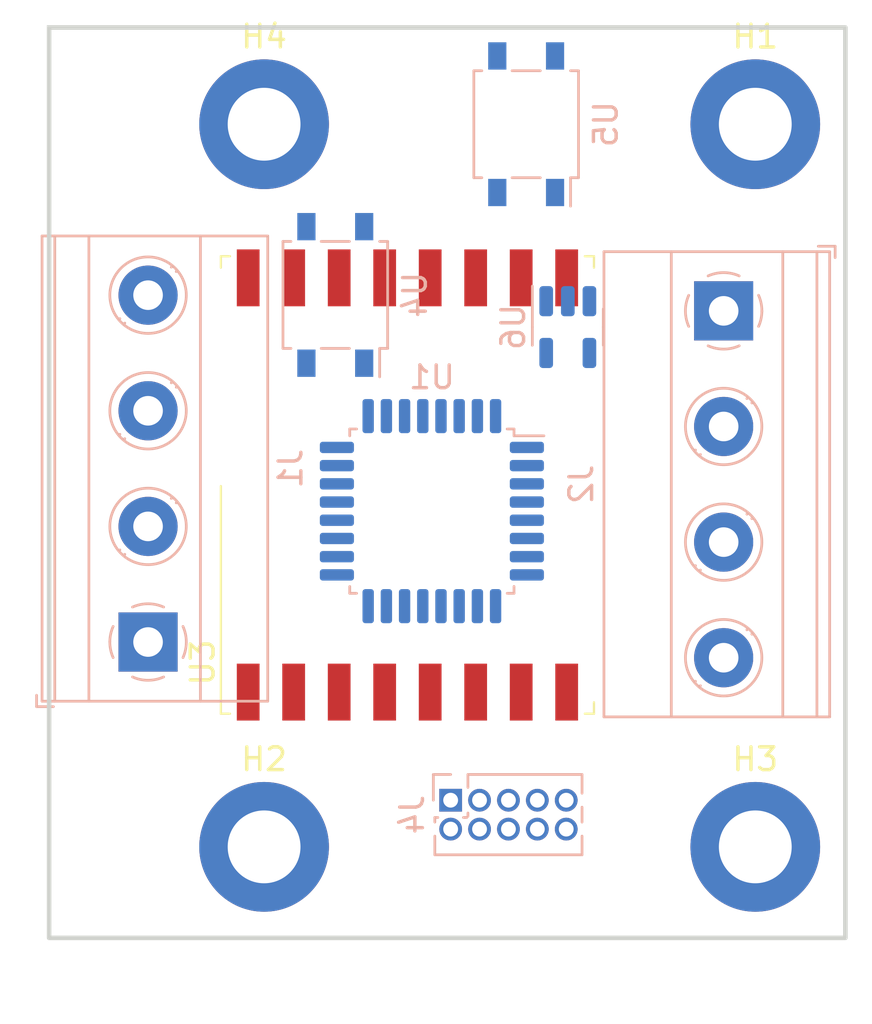
<source format=kicad_pcb>
(kicad_pcb (version 20221018) (generator pcbnew)
  (layers (0 "F.Cu" signal) (31 "B.Cu" signal) (34 "B.Paste" user) (35 "F.Paste" user) (36 "B.SilkS" user "B.Silkscreen") (37 "F.SilkS" user "F.Silkscreen") (38 "B.Mask" user) (39 "F.Mask" user) (44 "Edge.Cuts" user))
  (net 0 "")
  (net 47 "/NC{slash}ON Switch OUT")
  (net 48 "/NC{slash}ON Switch IN")
  (net 49 "/DustBin Signal")
  (net 50 "/NO{slash}OFF Switch Switch OUT")
  (net 51 "/NO{slash}OFF Switch IN")
  (net 52 "/Common24vIN")
  (net 53 "/3v3in")
  (net 54 "GND")
  (net 57 "Net-(J4-GND-Pad3)")
  (net 64 "Net-(U1-PB1)")
  (net 65 "Net-(U1-PB0)")
  (net 66 "Net-(U6-EN)")
  (net 68 "+3V3")
  (footprint "RF_Module:HOPERF_RFM69HW" (layer "F.Cu") (at 137.75 101 90)
    (fp_text reference "U3" (at -7.8 -9 90) (layer "F.SilkS"))
    (fp_text value "RFM69HCW")
    (fp_line (start -10.05 -8.2) (end -10.05 -7.8) (stroke (width 0.1)) (layer "F.SilkS"))
    (fp_line (start -10.05 -8.2) (end -0.05 -8.2) (stroke (width 0.1)) (layer "F.SilkS"))
    (fp_line (start -10.05 7.8) (end -10.05 8.2) (stroke (width 0.1)) (layer "F.SilkS"))
    (fp_line (start -10.05 8.2) (end -9.55 8.2) (stroke (width 0.1)) (layer "F.SilkS"))
    (fp_line (start 9.55 -8.2) (end 10.05 -8.2) (stroke (width 0.1)) (layer "F.SilkS"))
    (fp_line (start 9.55 8.2) (end 10.05 8.2) (stroke (width 0.1)) (layer "F.SilkS"))
    (fp_line (start 10.05 -8.2) (end 10.05 -7.8) (stroke (width 0.1)) (layer "F.SilkS"))
    (fp_line (start 10.05 7.8) (end 10.05 8.2) (stroke (width 0.1)) (layer "F.SilkS"))
    (pad "1" smd rect (at -9.1 -7 90) (size 2.5 1) (layers "F.Cu" "F.Paste" "F.Mask"))
    (pad "2" smd rect (at -9.1 -5 90) (size 2.5 1) (layers "F.Cu" "F.Paste" "F.Mask"))
    (pad "3" smd rect (at -9.1 -3 90) (size 2.5 1) (layers "F.Cu" "F.Paste" "F.Mask"))
    (pad "4" smd rect (at -9.1 -1 90) (size 2.5 1) (layers "F.Cu" "F.Paste" "F.Mask"))
    (pad "5" smd rect (at -9.1 1 90) (size 2.5 1) (layers "F.Cu" "F.Paste" "F.Mask"))
    (pad "6" smd rect (at -9.1 3 90) (size 2.5 1) (layers "F.Cu" "F.Paste" "F.Mask"))
    (pad "7" smd rect (at -9.1 5 90) (size 2.5 1) (layers "F.Cu" "F.Paste" "F.Mask"))
    (pad "8" smd rect (at -9.1 7 90) (size 2.5 1) (layers "F.Cu" "F.Paste" "F.Mask"))
    (pad "9" smd rect (at 9.1 7 90) (size 2.5 1) (layers "F.Cu" "F.Paste" "F.Mask"))
    (pad "10" smd rect (at 9.1 5 90) (size 2.5 1) (layers "F.Cu" "F.Paste" "F.Mask"))
    (pad "11" smd rect (at 9.1 3 90) (size 2.5 1) (layers "F.Cu" "F.Paste" "F.Mask"))
    (pad "12" smd rect (at 9.1 1 90) (size 2.5 1) (layers "F.Cu" "F.Paste" "F.Mask"))
    (pad "13" smd rect (at 9.1 -1 90) (size 2.5 1) (layers "F.Cu" "F.Paste" "F.Mask"))
    (pad "14" smd rect (at 9.1 -3 90) (size 2.5 1) (layers "F.Cu" "F.Paste" "F.Mask"))
    (pad "15" smd rect (at 9.1 -5 90) (size 2.5 1) (layers "F.Cu" "F.Paste" "F.Mask"))
    (pad "16" smd rect (at 9.1 -7 90) (size 2.5 1) (layers "F.Cu" "F.Paste" "F.Mask"))
  )
  (footprint "MountingHole:MountingHole_3.2mm_M3_ISO7380_Pad" (layer "F.Cu") (at 131.45 116.9)
    (fp_text reference "H2" (at 0 -3.85) (layer "F.SilkS"))
    (fp_text value "MountingHole")
    (pad "1" thru_hole circle (at 0 0) (size 5.7 5.7) (drill 3.2) (layers "*.Cu" "*.Mask"))
  )
  (footprint "MountingHole:MountingHole_3.2mm_M3_ISO7380_Pad" (layer "F.Cu") (at 153.04 85.15)
    (fp_text reference "H1" (at 0 -3.85) (layer "F.SilkS"))
    (fp_text value "MountingHole")
    (pad "1" thru_hole circle (at 0 0) (size 5.7 5.7) (drill 3.2) (layers "*.Cu" "*.Mask"))
  )
  (footprint "MountingHole:MountingHole_3.2mm_M3_ISO7380_Pad" (layer "F.Cu") (at 153.04 116.9)
    (fp_text reference "H3" (at 0 -3.85) (layer "F.SilkS"))
    (fp_text value "MountingHole")
    (pad "1" thru_hole circle (at 0 0) (size 5.7 5.7) (drill 3.2) (layers "*.Cu" "*.Mask"))
  )
  (footprint "MountingHole:MountingHole_3.2mm_M3_ISO7380_Pad" (layer "F.Cu") (at 131.45 85.15)
    (fp_text reference "H4" (at 0 -3.85) (layer "F.SilkS"))
    (fp_text value "MountingHole")
    (pad "1" thru_hole circle (at 0 0) (size 5.7 5.7) (drill 3.2) (layers "*.Cu" "*.Mask"))
  )
  (footprint "TerminalBlock_Phoenix:TerminalBlock_Phoenix_MKDS-1,5-4-5.08_1x04_P5.08mm_Horizontal" (layer "B.Cu") (at 126.35 107.9 90)
    (fp_text reference "J1" (at 7.62 6.26 270) (layer "B.SilkS") (effects (justify mirror)))
    (fp_text value "Screw_Terminal_01x04")
    (fp_line (start -2.84 -4.9) (end -2.34 -4.9) (stroke (width 0.12)) (layer "B.SilkS"))
    (fp_line (start -2.84 -4.16) (end -2.84 -4.9) (stroke (width 0.12)) (layer "B.SilkS"))
    (fp_line (start -2.6 -4.66) (end 17.84 -4.66) (stroke (width 0.12)) (layer "B.SilkS"))
    (fp_line (start -2.6 -4.1) (end 17.84 -4.1) (stroke (width 0.12)) (layer "B.SilkS"))
    (fp_line (start -2.6 -2.6) (end 17.84 -2.6) (stroke (width 0.12)) (layer "B.SilkS"))
    (fp_line (start -2.6 2.301) (end 17.84 2.301) (stroke (width 0.12)) (layer "B.SilkS"))
    (fp_line (start -2.6 5.261) (end -2.6 -4.66) (stroke (width 0.12)) (layer "B.SilkS"))
    (fp_line (start -2.6 5.261) (end 17.84 5.261) (stroke (width 0.12)) (layer "B.SilkS"))
    (fp_line (start 3.853 -1.023) (end 3.806 -1.069) (stroke (width 0.12)) (layer "B.SilkS"))
    (fp_line (start 4.046 -1.239) (end 4.011 -1.274) (stroke (width 0.12)) (layer "B.SilkS"))
    (fp_line (start 6.15 1.275) (end 6.115 1.239) (stroke (width 0.12)) (layer "B.SilkS"))
    (fp_line (start 6.355 1.069) (end 6.308 1.023) (stroke (width 0.12)) (layer "B.SilkS"))
    (fp_line (start 8.933 -1.023) (end 8.886 -1.069) (stroke (width 0.12)) (layer "B.SilkS"))
    (fp_line (start 9.126 -1.239) (end 9.091 -1.274) (stroke (width 0.12)) (layer "B.SilkS"))
    (fp_line (start 11.23 1.275) (end 11.195 1.239) (stroke (width 0.12)) (layer "B.SilkS"))
    (fp_line (start 11.435 1.069) (end 11.388 1.023) (stroke (width 0.12)) (layer "B.SilkS"))
    (fp_line (start 14.013 -1.023) (end 13.966 -1.069) (stroke (width 0.12)) (layer "B.SilkS"))
    (fp_line (start 14.206 -1.239) (end 14.171 -1.274) (stroke (width 0.12)) (layer "B.SilkS"))
    (fp_line (start 16.31 1.275) (end 16.275 1.239) (stroke (width 0.12)) (layer "B.SilkS"))
    (fp_line (start 16.515 1.069) (end 16.468 1.023) (stroke (width 0.12)) (layer "B.SilkS"))
    (fp_line (start 17.84 5.261) (end 17.84 -4.66) (stroke (width 0.12)) (layer "B.SilkS"))
    (fp_arc (start -1.535 0.684) (mid -1.680501 0.000524) (end -1.535427 -0.683042) (stroke (width 0.12)) (layer "B.SilkS"))
    (fp_arc (start -0.684 -1.535) (mid -0.335551 -1.646659) (end 0.028805 -1.680253) (stroke (width 0.12)) (layer "B.SilkS"))
    (fp_arc (start 0 -1.68) (mid 0.349292 -1.643288) (end 0.683318 -1.534756) (stroke (width 0.12)) (layer "B.SilkS"))
    (fp_arc (start 0.684 1.535) (mid 0.000524 1.680501) (end -0.683042 1.535427) (stroke (width 0.12)) (layer "B.SilkS"))
    (fp_arc (start 1.535 -0.684) (mid 1.6805 -0.000524) (end 1.535427 0.683042) (stroke (width 0.12)) (layer "B.SilkS"))
    (fp_circle (center 5.08 0) (end 6.76 0) (stroke (width 0.12)) (fill none) (layer "B.SilkS"))
    (fp_circle (center 10.16 0) (end 11.84 0) (stroke (width 0.12)) (fill none) (layer "B.SilkS"))
    (fp_circle (center 15.24 0) (end 16.92 0) (stroke (width 0.12)) (fill none) (layer "B.SilkS"))
    (pad "1" thru_hole rect (at 0 0 90) (size 2.6 2.6) (drill 1.3) (layers "*.Cu" "*.Mask") (net 52 "/Common24vIN"))
    (pad "2" thru_hole circle (at 5.08 0 90) (size 2.6 2.6) (drill 1.3) (layers "*.Cu" "*.Mask") (net 47 "/NC{slash}ON Switch OUT"))
    (pad "3" thru_hole circle (at 10.16 0 90) (size 2.6 2.6) (drill 1.3) (layers "*.Cu" "*.Mask") (net 48 "/NC{slash}ON Switch IN"))
    (pad "4" thru_hole circle (at 15.24 0 90) (size 2.6 2.6) (drill 1.3) (layers "*.Cu" "*.Mask") (net 49 "/DustBin Signal"))
  )
  (footprint "Package_SO:SO-4_4.4x4.3mm_P2.54mm" (layer "B.Cu") (at 142.97 85.15 90)
    (fp_text reference "U5" (at 0 3.5 90) (layer "B.SilkS") (effects (justify mirror)))
    (fp_text value "CPC1106N NC")
    (fp_line (start -2.35 -2.3) (end 2.35 -2.3) (stroke (width 0.12)) (layer "B.SilkS"))
    (fp_line (start -2.35 -1.95) (end -2.35 -2.3) (stroke (width 0.12)) (layer "B.SilkS"))
    (fp_line (start -2.35 -0.62) (end -2.35 0.62) (stroke (width 0.12)) (layer "B.SilkS"))
    (fp_line (start -2.35 1.95) (end -3.6 1.95) (stroke (width 0.12)) (layer "B.SilkS"))
    (fp_line (start -2.35 1.95) (end -2.35 2.3) (stroke (width 0.12)) (layer "B.SilkS"))
    (fp_line (start -2.35 2.3) (end 2.35 2.3) (stroke (width 0.12)) (layer "B.SilkS"))
    (fp_line (start 2.35 -2.3) (end 2.35 -1.95) (stroke (width 0.12)) (layer "B.SilkS"))
    (fp_line (start 2.35 -0.62) (end 2.35 0.62) (stroke (width 0.12)) (layer "B.SilkS"))
    (fp_line (start 2.35 2.3) (end 2.35 1.95) (stroke (width 0.12)) (layer "B.SilkS"))
    (pad "1" smd rect (at -3 1.27 180) (size 0.8 1.2) (layers "B.Cu" "B.Paste" "B.Mask") (net 65 "Net-(U1-PB0)"))
    (pad "2" smd rect (at -3 -1.27 180) (size 0.8 1.2) (layers "B.Cu" "B.Paste" "B.Mask") (net 54 "GND"))
    (pad "3" smd rect (at 3 -1.27 180) (size 0.8 1.2) (layers "B.Cu" "B.Paste" "B.Mask") (net 47 "/NC{slash}ON Switch OUT"))
    (pad "4" smd rect (at 3 1.27 180) (size 0.8 1.2) (layers "B.Cu" "B.Paste" "B.Mask") (net 48 "/NC{slash}ON Switch IN"))
  )
  (footprint "Package_TO_SOT_SMD:SOT-23-5" (layer "B.Cu") (at 144.8 94.0625 -90)
    (fp_text reference "U6" (at 0 2.4 90) (layer "B.SilkS") (effects (justify mirror)))
    (fp_text value "AP2112K-3.3")
    (fp_line (start 0 -1.56) (end -0.8 -1.56) (stroke (width 0.12)) (layer "B.SilkS"))
    (fp_line (start 0 -1.56) (end 0.8 -1.56) (stroke (width 0.12)) (layer "B.SilkS"))
    (fp_line (start 0 1.56) (end -1.8 1.56) (stroke (width 0.12)) (layer "B.SilkS"))
    (fp_line (start 0 1.56) (end 0.8 1.56) (stroke (width 0.12)) (layer "B.SilkS"))
    (pad "1" smd roundrect (at -1.1375 0.95 270) (size 1.325 0.6) (layers "B.Cu" "B.Paste" "B.Mask") (net 53 "/3v3in"))
    (pad "2" smd roundrect (at -1.1375 0 270) (size 1.325 0.6) (layers "B.Cu" "B.Paste" "B.Mask") (net 54 "GND"))
    (pad "3" smd roundrect (at -1.1375 -0.95 270) (size 1.325 0.6) (layers "B.Cu" "B.Paste" "B.Mask") (net 66 "Net-(U6-EN)"))
    (pad "4" smd roundrect (at 1.1375 -0.95 270) (size 1.325 0.6) (layers "B.Cu" "B.Paste" "B.Mask"))
    (pad "5" smd roundrect (at 1.1375 0.95 270) (size 1.325 0.6) (layers "B.Cu" "B.Paste" "B.Mask") (net 68 "+3V3"))
  )
  (footprint "Package_SO:SO-4_4.4x4.3mm_P2.54mm" (layer "B.Cu") (at 134.58 92.65 90)
    (fp_text reference "U4" (at 0 3.5 90) (layer "B.SilkS") (effects (justify mirror)))
    (fp_text value "CPC1006N NO")
    (fp_line (start -2.35 -2.3) (end 2.35 -2.3) (stroke (width 0.12)) (layer "B.SilkS"))
    (fp_line (start -2.35 -1.95) (end -2.35 -2.3) (stroke (width 0.12)) (layer "B.SilkS"))
    (fp_line (start -2.35 -0.62) (end -2.35 0.62) (stroke (width 0.12)) (layer "B.SilkS"))
    (fp_line (start -2.35 1.95) (end -3.6 1.95) (stroke (width 0.12)) (layer "B.SilkS"))
    (fp_line (start -2.35 1.95) (end -2.35 2.3) (stroke (width 0.12)) (layer "B.SilkS"))
    (fp_line (start -2.35 2.3) (end 2.35 2.3) (stroke (width 0.12)) (layer "B.SilkS"))
    (fp_line (start 2.35 -2.3) (end 2.35 -1.95) (stroke (width 0.12)) (layer "B.SilkS"))
    (fp_line (start 2.35 -0.62) (end 2.35 0.62) (stroke (width 0.12)) (layer "B.SilkS"))
    (fp_line (start 2.35 2.3) (end 2.35 1.95) (stroke (width 0.12)) (layer "B.SilkS"))
    (pad "1" smd rect (at -3 1.27 180) (size 0.8 1.2) (layers "B.Cu" "B.Paste" "B.Mask") (net 64 "Net-(U1-PB1)"))
    (pad "2" smd rect (at -3 -1.27 180) (size 0.8 1.2) (layers "B.Cu" "B.Paste" "B.Mask") (net 54 "GND"))
    (pad "3" smd rect (at 3 -1.27 180) (size 0.8 1.2) (layers "B.Cu" "B.Paste" "B.Mask") (net 50 "/NO{slash}OFF Switch Switch OUT"))
    (pad "4" smd rect (at 3 1.27 180) (size 0.8 1.2) (layers "B.Cu" "B.Paste" "B.Mask") (net 51 "/NO{slash}OFF Switch IN"))
  )
  (footprint "Connector_PinHeader_1.27mm:PinHeader_2x05_P1.27mm_Vertical" (layer "B.Cu") (at 139.65 114.85 -90)
    (fp_text reference "J4" (at 0.635 1.695 90) (layer "B.SilkS") (effects (justify mirror)))
    (fp_text value "Conn_ARM_JTAG_SWD_10")
    (fp_line (start -1.13 -5.775) (end -0.30753 -5.775) (stroke (width 0.12)) (layer "B.SilkS"))
    (fp_line (start -1.13 -0.76) (end -1.13 -5.775) (stroke (width 0.12)) (layer "B.SilkS"))
    (fp_line (start -1.13 -0.76) (end -0.563471 -0.76) (stroke (width 0.12)) (layer "B.SilkS"))
    (fp_line (start -1.13 0) (end -1.13 0.76) (stroke (width 0.12)) (layer "B.SilkS"))
    (fp_line (start -1.13 0.76) (end 0 0.76) (stroke (width 0.12)) (layer "B.SilkS"))
    (fp_line (start 0.30753 -5.775) (end 0.96247 -5.775) (stroke (width 0.12)) (layer "B.SilkS"))
    (fp_line (start 0.563471 -0.76) (end 0.706529 -0.76) (stroke (width 0.12)) (layer "B.SilkS"))
    (fp_line (start 0.76 -0.706529) (end 0.76 -0.563471) (stroke (width 0.12)) (layer "B.SilkS"))
    (fp_line (start 0.76 0.563471) (end 0.76 0.695) (stroke (width 0.12)) (layer "B.SilkS"))
    (fp_line (start 0.76 0.695) (end 0.96247 0.695) (stroke (width 0.12)) (layer "B.SilkS"))
    (fp_line (start 1.57753 -5.775) (end 2.4 -5.775) (stroke (width 0.12)) (layer "B.SilkS"))
    (fp_line (start 1.57753 0.695) (end 2.4 0.695) (stroke (width 0.12)) (layer "B.SilkS"))
    (fp_line (start 2.4 0.695) (end 2.4 -5.775) (stroke (width 0.12)) (layer "B.SilkS"))
    (pad "1" thru_hole rect (at 0 0 270) (size 1 1) (drill 0.65) (layers "*.Cu" "*.Mask"))
    (pad "2" thru_hole oval (at 1.27 0 270) (size 1 1) (drill 0.65) (layers "*.Cu" "*.Mask"))
    (pad "3" thru_hole oval (at 0 -1.27 270) (size 1 1) (drill 0.65) (layers "*.Cu" "*.Mask") (net 57 "Net-(J4-GND-Pad3)"))
    (pad "4" thru_hole oval (at 1.27 -1.27 270) (size 1 1) (drill 0.65) (layers "*.Cu" "*.Mask"))
    (pad "5" thru_hole oval (at 0 -2.54 270) (size 1 1) (drill 0.65) (layers "*.Cu" "*.Mask") (net 57 "Net-(J4-GND-Pad3)"))
    (pad "6" thru_hole oval (at 1.27 -2.54 270) (size 1 1) (drill 0.65) (layers "*.Cu" "*.Mask"))
    (pad "7" thru_hole oval (at 0 -3.81 270) (size 1 1) (drill 0.65) (layers "*.Cu" "*.Mask"))
    (pad "8" thru_hole oval (at 1.27 -3.81 270) (size 1 1) (drill 0.65) (layers "*.Cu" "*.Mask"))
    (pad "9" thru_hole oval (at 0 -5.08 270) (size 1 1) (drill 0.65) (layers "*.Cu" "*.Mask"))
    (pad "10" thru_hole oval (at 1.27 -5.08 270) (size 1 1) (drill 0.65) (layers "*.Cu" "*.Mask"))
  )
  (footprint "TerminalBlock_Phoenix:TerminalBlock_Phoenix_MKDS-1,5-4-5.08_1x04_P5.08mm_Horizontal" (layer "B.Cu") (at 151.65 93.35 -90)
    (fp_text reference "J2" (at 7.62 6.26 90) (layer "B.SilkS") (effects (justify mirror)))
    (fp_text value "Screw_Terminal_01x04")
    (fp_line (start -2.84 -4.9) (end -2.34 -4.9) (stroke (width 0.12)) (layer "B.SilkS"))
    (fp_line (start -2.84 -4.16) (end -2.84 -4.9) (stroke (width 0.12)) (layer "B.SilkS"))
    (fp_line (start -2.6 -4.66) (end 17.84 -4.66) (stroke (width 0.12)) (layer "B.SilkS"))
    (fp_line (start -2.6 -4.1) (end 17.84 -4.1) (stroke (width 0.12)) (layer "B.SilkS"))
    (fp_line (start -2.6 -2.6) (end 17.84 -2.6) (stroke (width 0.12)) (layer "B.SilkS"))
    (fp_line (start -2.6 2.301) (end 17.84 2.301) (stroke (width 0.12)) (layer "B.SilkS"))
    (fp_line (start -2.6 5.261) (end -2.6 -4.66) (stroke (width 0.12)) (layer "B.SilkS"))
    (fp_line (start -2.6 5.261) (end 17.84 5.261) (stroke (width 0.12)) (layer "B.SilkS"))
    (fp_line (start 3.853 -1.023) (end 3.806 -1.069) (stroke (width 0.12)) (layer "B.SilkS"))
    (fp_line (start 4.046 -1.239) (end 4.011 -1.274) (stroke (width 0.12)) (layer "B.SilkS"))
    (fp_line (start 6.15 1.275) (end 6.115 1.239) (stroke (width 0.12)) (layer "B.SilkS"))
    (fp_line (start 6.355 1.069) (end 6.308 1.023) (stroke (width 0.12)) (layer "B.SilkS"))
    (fp_line (start 8.933 -1.023) (end 8.886 -1.069) (stroke (width 0.12)) (layer "B.SilkS"))
    (fp_line (start 9.126 -1.239) (end 9.091 -1.274) (stroke (width 0.12)) (layer "B.SilkS"))
    (fp_line (start 11.23 1.275) (end 11.195 1.239) (stroke (width 0.12)) (layer "B.SilkS"))
    (fp_line (start 11.435 1.069) (end 11.388 1.023) (stroke (width 0.12)) (layer "B.SilkS"))
    (fp_line (start 14.013 -1.023) (end 13.966 -1.069) (stroke (width 0.12)) (layer "B.SilkS"))
    (fp_line (start 14.206 -1.239) (end 14.171 -1.274) (stroke (width 0.12)) (layer "B.SilkS"))
    (fp_line (start 16.31 1.275) (end 16.275 1.239) (stroke (width 0.12)) (layer "B.SilkS"))
    (fp_line (start 16.515 1.069) (end 16.468 1.023) (stroke (width 0.12)) (layer "B.SilkS"))
    (fp_line (start 17.84 5.261) (end 17.84 -4.66) (stroke (width 0.12)) (layer "B.SilkS"))
    (fp_arc (start -1.535 0.684) (mid -1.680501 0.000524) (end -1.535427 -0.683042) (stroke (width 0.12)) (layer "B.SilkS"))
    (fp_arc (start -0.684 -1.535) (mid -0.335551 -1.646659) (end 0.028805 -1.680253) (stroke (width 0.12)) (layer "B.SilkS"))
    (fp_arc (start 0 -1.68) (mid 0.349292 -1.643288) (end 0.683318 -1.534756) (stroke (width 0.12)) (layer "B.SilkS"))
    (fp_arc (start 0.684 1.535) (mid 0.000524 1.680501) (end -0.683042 1.535427) (stroke (width 0.12)) (layer "B.SilkS"))
    (fp_arc (start 1.535 -0.684) (mid 1.6805 -0.000524) (end 1.535427 0.683042) (stroke (width 0.12)) (layer "B.SilkS"))
    (fp_circle (center 5.08 0) (end 6.76 0) (stroke (width 0.12)) (fill none) (layer "B.SilkS"))
    (fp_circle (center 10.16 0) (end 11.84 0) (stroke (width 0.12)) (fill none) (layer "B.SilkS"))
    (fp_circle (center 15.24 0) (end 16.92 0) (stroke (width 0.12)) (fill none) (layer "B.SilkS"))
    (pad "1" thru_hole rect (at 0 0 270) (size 2.6 2.6) (drill 1.3) (layers "*.Cu" "*.Mask") (net 53 "/3v3in"))
    (pad "2" thru_hole circle (at 5.08 0 270) (size 2.6 2.6) (drill 1.3) (layers "*.Cu" "*.Mask") (net 54 "GND"))
    (pad "3" thru_hole circle (at 10.16 0 270) (size 2.6 2.6) (drill 1.3) (layers "*.Cu" "*.Mask") (net 50 "/NO{slash}OFF Switch Switch OUT"))
    (pad "4" thru_hole circle (at 15.24 0 270) (size 2.6 2.6) (drill 1.3) (layers "*.Cu" "*.Mask") (net 51 "/NO{slash}OFF Switch IN"))
  )
  (footprint "Package_QFP:LQFP-32_7x7mm_P0.8mm" (layer "B.Cu") (at 138.825 102.15 180)
    (fp_text reference "U1" (at 0 5.88) (layer "B.SilkS") (effects (justify mirror)))
    (fp_text value "STM32L010K4T6-ND")
    (fp_line (start -3.61 -3.61) (end -3.61 -3.31) (stroke (width 0.12)) (layer "B.SilkS"))
    (fp_line (start -3.61 3.31) (end -4.925 3.31) (stroke (width 0.12)) (layer "B.SilkS"))
    (fp_line (start -3.61 3.61) (end -3.61 3.31) (stroke (width 0.12)) (layer "B.SilkS"))
    (fp_line (start -3.31 -3.61) (end -3.61 -3.61) (stroke (width 0.12)) (layer "B.SilkS"))
    (fp_line (start -3.31 3.61) (end -3.61 3.61) (stroke (width 0.12)) (layer "B.SilkS"))
    (fp_line (start 3.31 -3.61) (end 3.61 -3.61) (stroke (width 0.12)) (layer "B.SilkS"))
    (fp_line (start 3.31 3.61) (end 3.61 3.61) (stroke (width 0.12)) (layer "B.SilkS"))
    (fp_line (start 3.61 -3.61) (end 3.61 -3.31) (stroke (width 0.12)) (layer "B.SilkS"))
    (fp_line (start 3.61 3.61) (end 3.61 3.31) (stroke (width 0.12)) (layer "B.SilkS"))
    (pad "1" smd roundrect (at -4.175 2.8 180) (size 1.5 0.5) (layers "B.Cu" "B.Paste" "B.Mask"))
    (pad "2" smd roundrect (at -4.175 2 180) (size 1.5 0.5) (layers "B.Cu" "B.Paste" "B.Mask"))
    (pad "3" smd roundrect (at -4.175 1.2 180) (size 1.5 0.5) (layers "B.Cu" "B.Paste" "B.Mask"))
    (pad "4" smd roundrect (at -4.175 0.4 180) (size 1.5 0.5) (layers "B.Cu" "B.Paste" "B.Mask"))
    (pad "5" smd roundrect (at -4.175 -0.4 180) (size 1.5 0.5) (layers "B.Cu" "B.Paste" "B.Mask"))
    (pad "6" smd roundrect (at -4.175 -1.2 180) (size 1.5 0.5) (layers "B.Cu" "B.Paste" "B.Mask"))
    (pad "7" smd roundrect (at -4.175 -2 180) (size 1.5 0.5) (layers "B.Cu" "B.Paste" "B.Mask"))
    (pad "8" smd roundrect (at -4.175 -2.8 180) (size 1.5 0.5) (layers "B.Cu" "B.Paste" "B.Mask"))
    (pad "9" smd roundrect (at -2.8 -4.175 180) (size 0.5 1.5) (layers "B.Cu" "B.Paste" "B.Mask"))
    (pad "10" smd roundrect (at -2 -4.175 180) (size 0.5 1.5) (layers "B.Cu" "B.Paste" "B.Mask"))
    (pad "11" smd roundrect (at -1.2 -4.175 180) (size 0.5 1.5) (layers "B.Cu" "B.Paste" "B.Mask"))
    (pad "12" smd roundrect (at -0.4 -4.175 180) (size 0.5 1.5) (layers "B.Cu" "B.Paste" "B.Mask"))
    (pad "13" smd roundrect (at 0.4 -4.175 180) (size 0.5 1.5) (layers "B.Cu" "B.Paste" "B.Mask"))
    (pad "14" smd roundrect (at 1.2 -4.175 180) (size 0.5 1.5) (layers "B.Cu" "B.Paste" "B.Mask") (net 65 "Net-(U1-PB0)"))
    (pad "15" smd roundrect (at 2 -4.175 180) (size 0.5 1.5) (layers "B.Cu" "B.Paste" "B.Mask") (net 64 "Net-(U1-PB1)"))
    (pad "16" smd roundrect (at 2.8 -4.175 180) (size 0.5 1.5) (layers "B.Cu" "B.Paste" "B.Mask"))
    (pad "17" smd roundrect (at 4.175 -2.8 180) (size 1.5 0.5) (layers "B.Cu" "B.Paste" "B.Mask"))
    (pad "18" smd roundrect (at 4.175 -2 180) (size 1.5 0.5) (layers "B.Cu" "B.Paste" "B.Mask"))
    (pad "19" smd roundrect (at 4.175 -1.2 180) (size 1.5 0.5) (layers "B.Cu" "B.Paste" "B.Mask"))
    (pad "20" smd roundrect (at 4.175 -0.4 180) (size 1.5 0.5) (layers "B.Cu" "B.Paste" "B.Mask"))
    (pad "21" smd roundrect (at 4.175 0.4 180) (size 1.5 0.5) (layers "B.Cu" "B.Paste" "B.Mask"))
    (pad "22" smd roundrect (at 4.175 1.2 180) (size 1.5 0.5) (layers "B.Cu" "B.Paste" "B.Mask"))
    (pad "23" smd roundrect (at 4.175 2 180) (size 1.5 0.5) (layers "B.Cu" "B.Paste" "B.Mask"))
    (pad "24" smd roundrect (at 4.175 2.8 180) (size 1.5 0.5) (layers "B.Cu" "B.Paste" "B.Mask"))
    (pad "25" smd roundrect (at 2.8 4.175 180) (size 0.5 1.5) (layers "B.Cu" "B.Paste" "B.Mask"))
    (pad "26" smd roundrect (at 2 4.175 180) (size 0.5 1.5) (layers "B.Cu" "B.Paste" "B.Mask"))
    (pad "27" smd roundrect (at 1.2 4.175 180) (size 0.5 1.5) (layers "B.Cu" "B.Paste" "B.Mask"))
    (pad "28" smd roundrect (at 0.4 4.175 180) (size 0.5 1.5) (layers "B.Cu" "B.Paste" "B.Mask"))
    (pad "29" smd roundrect (at -0.4 4.175 180) (size 0.5 1.5) (layers "B.Cu" "B.Paste" "B.Mask"))
    (pad "30" smd roundrect (at -1.2 4.175 180) (size 0.5 1.5) (layers "B.Cu" "B.Paste" "B.Mask"))
    (pad "31" smd roundrect (at -2 4.175 180) (size 0.5 1.5) (layers "B.Cu" "B.Paste" "B.Mask"))
    (pad "32" smd roundrect (at -2.8 4.175 180) (size 0.5 1.5) (layers "B.Cu" "B.Paste" "B.Mask"))
  )
  (gr_rect (start 122 80.9) (end 157 120.9) (stroke (width 0.2)) (fill none) (layer "Edge.Cuts"))
)
</source>
